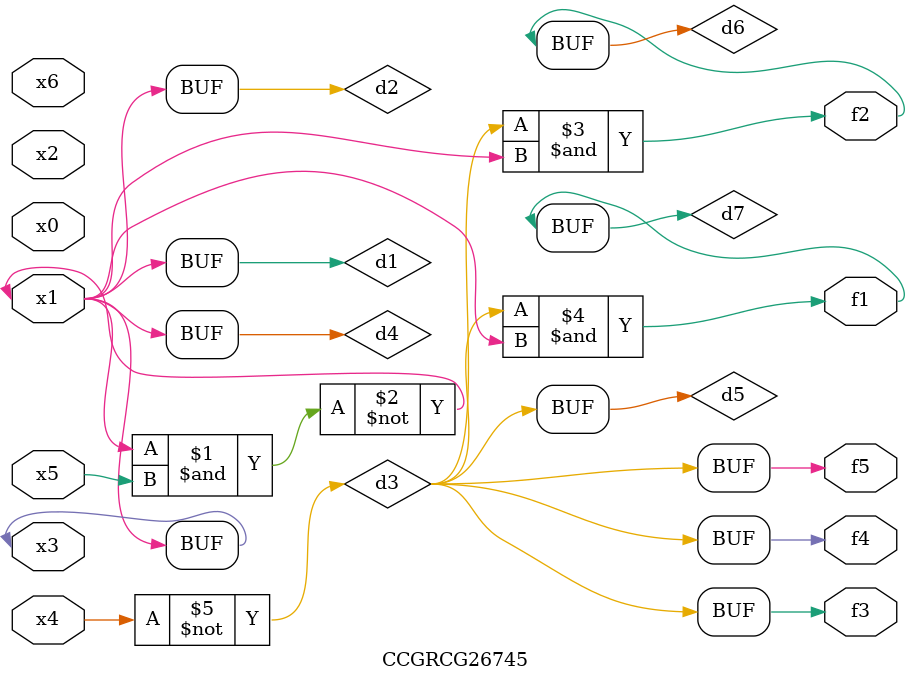
<source format=v>
module CCGRCG26745(
	input x0, x1, x2, x3, x4, x5, x6,
	output f1, f2, f3, f4, f5
);

	wire d1, d2, d3, d4, d5, d6, d7;

	buf (d1, x1, x3);
	nand (d2, x1, x5);
	not (d3, x4);
	buf (d4, d1, d2);
	buf (d5, d3);
	and (d6, d3, d4);
	and (d7, d3, d4);
	assign f1 = d7;
	assign f2 = d6;
	assign f3 = d5;
	assign f4 = d5;
	assign f5 = d5;
endmodule

</source>
